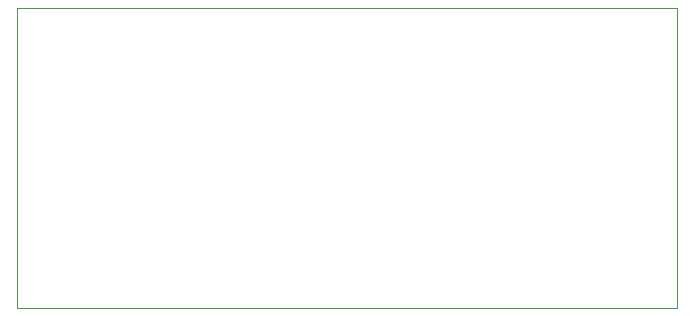
<source format=gbr>
%TF.GenerationSoftware,KiCad,Pcbnew,(6.0.7)*%
%TF.CreationDate,2022-09-19T01:01:14-07:00*%
%TF.ProjectId,Intro Project Alex Aarhus,496e7472-6f20-4507-926f-6a6563742041,rev?*%
%TF.SameCoordinates,Original*%
%TF.FileFunction,Profile,NP*%
%FSLAX46Y46*%
G04 Gerber Fmt 4.6, Leading zero omitted, Abs format (unit mm)*
G04 Created by KiCad (PCBNEW (6.0.7)) date 2022-09-19 01:01:14*
%MOMM*%
%LPD*%
G01*
G04 APERTURE LIST*
%TA.AperFunction,Profile*%
%ADD10C,0.100000*%
%TD*%
G04 APERTURE END LIST*
D10*
X152400000Y-86360000D02*
X152400000Y-60960000D01*
X208280000Y-60960000D02*
X208280000Y-86360000D01*
X208280000Y-86360000D02*
X152400000Y-86360000D01*
X152400000Y-60960000D02*
X208280000Y-60960000D01*
M02*

</source>
